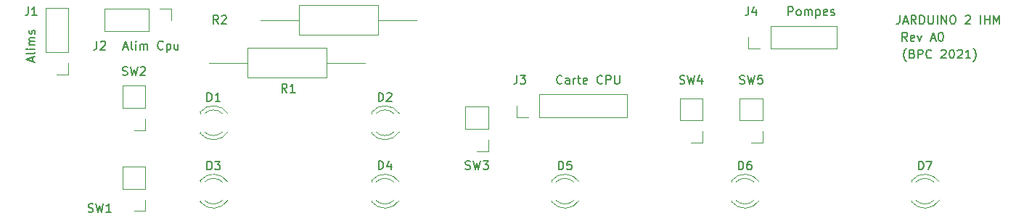
<source format=gbr>
%TF.GenerationSoftware,KiCad,Pcbnew,(5.1.9)-1*%
%TF.CreationDate,2021-03-26T23:06:09+01:00*%
%TF.ProjectId,jarduino2_ihm,6a617264-7569-46e6-9f32-5f69686d2e6b,rev?*%
%TF.SameCoordinates,Original*%
%TF.FileFunction,Legend,Top*%
%TF.FilePolarity,Positive*%
%FSLAX46Y46*%
G04 Gerber Fmt 4.6, Leading zero omitted, Abs format (unit mm)*
G04 Created by KiCad (PCBNEW (5.1.9)-1) date 2021-03-26 23:06:09*
%MOMM*%
%LPD*%
G01*
G04 APERTURE LIST*
%ADD10C,0.150000*%
%ADD11C,0.120000*%
G04 APERTURE END LIST*
D10*
X108809523Y-101166666D02*
X109285714Y-101166666D01*
X108714285Y-101452380D02*
X109047619Y-100452380D01*
X109380952Y-101452380D01*
X109857142Y-101452380D02*
X109761904Y-101404761D01*
X109714285Y-101309523D01*
X109714285Y-100452380D01*
X110238095Y-101452380D02*
X110238095Y-100785714D01*
X110238095Y-100452380D02*
X110190476Y-100500000D01*
X110238095Y-100547619D01*
X110285714Y-100500000D01*
X110238095Y-100452380D01*
X110238095Y-100547619D01*
X110714285Y-101452380D02*
X110714285Y-100785714D01*
X110714285Y-100880952D02*
X110761904Y-100833333D01*
X110857142Y-100785714D01*
X111000000Y-100785714D01*
X111095238Y-100833333D01*
X111142857Y-100928571D01*
X111142857Y-101452380D01*
X111142857Y-100928571D02*
X111190476Y-100833333D01*
X111285714Y-100785714D01*
X111428571Y-100785714D01*
X111523809Y-100833333D01*
X111571428Y-100928571D01*
X111571428Y-101452380D01*
X113380952Y-101357142D02*
X113333333Y-101404761D01*
X113190476Y-101452380D01*
X113095238Y-101452380D01*
X112952380Y-101404761D01*
X112857142Y-101309523D01*
X112809523Y-101214285D01*
X112761904Y-101023809D01*
X112761904Y-100880952D01*
X112809523Y-100690476D01*
X112857142Y-100595238D01*
X112952380Y-100500000D01*
X113095238Y-100452380D01*
X113190476Y-100452380D01*
X113333333Y-100500000D01*
X113380952Y-100547619D01*
X113809523Y-100785714D02*
X113809523Y-101785714D01*
X113809523Y-100833333D02*
X113904761Y-100785714D01*
X114095238Y-100785714D01*
X114190476Y-100833333D01*
X114238095Y-100880952D01*
X114285714Y-100976190D01*
X114285714Y-101261904D01*
X114238095Y-101357142D01*
X114190476Y-101404761D01*
X114095238Y-101452380D01*
X113904761Y-101452380D01*
X113809523Y-101404761D01*
X115142857Y-100785714D02*
X115142857Y-101452380D01*
X114714285Y-100785714D02*
X114714285Y-101309523D01*
X114761904Y-101404761D01*
X114857142Y-101452380D01*
X115000000Y-101452380D01*
X115095238Y-101404761D01*
X115142857Y-101357142D01*
X98166666Y-102809523D02*
X98166666Y-102333333D01*
X98452380Y-102904761D02*
X97452380Y-102571428D01*
X98452380Y-102238095D01*
X98452380Y-101761904D02*
X98404761Y-101857142D01*
X98309523Y-101904761D01*
X97452380Y-101904761D01*
X98452380Y-101380952D02*
X97785714Y-101380952D01*
X97452380Y-101380952D02*
X97500000Y-101428571D01*
X97547619Y-101380952D01*
X97500000Y-101333333D01*
X97452380Y-101380952D01*
X97547619Y-101380952D01*
X98452380Y-100904761D02*
X97785714Y-100904761D01*
X97880952Y-100904761D02*
X97833333Y-100857142D01*
X97785714Y-100761904D01*
X97785714Y-100619047D01*
X97833333Y-100523809D01*
X97928571Y-100476190D01*
X98452380Y-100476190D01*
X97928571Y-100476190D02*
X97833333Y-100428571D01*
X97785714Y-100333333D01*
X97785714Y-100190476D01*
X97833333Y-100095238D01*
X97928571Y-100047619D01*
X98452380Y-100047619D01*
X98404761Y-99619047D02*
X98452380Y-99523809D01*
X98452380Y-99333333D01*
X98404761Y-99238095D01*
X98309523Y-99190476D01*
X98261904Y-99190476D01*
X98166666Y-99238095D01*
X98119047Y-99333333D01*
X98119047Y-99476190D01*
X98071428Y-99571428D01*
X97976190Y-99619047D01*
X97928571Y-99619047D01*
X97833333Y-99571428D01*
X97785714Y-99476190D01*
X97785714Y-99333333D01*
X97833333Y-99238095D01*
X159928571Y-105357142D02*
X159880952Y-105404761D01*
X159738095Y-105452380D01*
X159642857Y-105452380D01*
X159500000Y-105404761D01*
X159404761Y-105309523D01*
X159357142Y-105214285D01*
X159309523Y-105023809D01*
X159309523Y-104880952D01*
X159357142Y-104690476D01*
X159404761Y-104595238D01*
X159500000Y-104500000D01*
X159642857Y-104452380D01*
X159738095Y-104452380D01*
X159880952Y-104500000D01*
X159928571Y-104547619D01*
X160785714Y-105452380D02*
X160785714Y-104928571D01*
X160738095Y-104833333D01*
X160642857Y-104785714D01*
X160452380Y-104785714D01*
X160357142Y-104833333D01*
X160785714Y-105404761D02*
X160690476Y-105452380D01*
X160452380Y-105452380D01*
X160357142Y-105404761D01*
X160309523Y-105309523D01*
X160309523Y-105214285D01*
X160357142Y-105119047D01*
X160452380Y-105071428D01*
X160690476Y-105071428D01*
X160785714Y-105023809D01*
X161261904Y-105452380D02*
X161261904Y-104785714D01*
X161261904Y-104976190D02*
X161309523Y-104880952D01*
X161357142Y-104833333D01*
X161452380Y-104785714D01*
X161547619Y-104785714D01*
X161738095Y-104785714D02*
X162119047Y-104785714D01*
X161880952Y-104452380D02*
X161880952Y-105309523D01*
X161928571Y-105404761D01*
X162023809Y-105452380D01*
X162119047Y-105452380D01*
X162833333Y-105404761D02*
X162738095Y-105452380D01*
X162547619Y-105452380D01*
X162452380Y-105404761D01*
X162404761Y-105309523D01*
X162404761Y-104928571D01*
X162452380Y-104833333D01*
X162547619Y-104785714D01*
X162738095Y-104785714D01*
X162833333Y-104833333D01*
X162880952Y-104928571D01*
X162880952Y-105023809D01*
X162404761Y-105119047D01*
X164642857Y-105357142D02*
X164595238Y-105404761D01*
X164452380Y-105452380D01*
X164357142Y-105452380D01*
X164214285Y-105404761D01*
X164119047Y-105309523D01*
X164071428Y-105214285D01*
X164023809Y-105023809D01*
X164023809Y-104880952D01*
X164071428Y-104690476D01*
X164119047Y-104595238D01*
X164214285Y-104500000D01*
X164357142Y-104452380D01*
X164452380Y-104452380D01*
X164595238Y-104500000D01*
X164642857Y-104547619D01*
X165071428Y-105452380D02*
X165071428Y-104452380D01*
X165452380Y-104452380D01*
X165547619Y-104500000D01*
X165595238Y-104547619D01*
X165642857Y-104642857D01*
X165642857Y-104785714D01*
X165595238Y-104880952D01*
X165547619Y-104928571D01*
X165452380Y-104976190D01*
X165071428Y-104976190D01*
X166071428Y-104452380D02*
X166071428Y-105261904D01*
X166119047Y-105357142D01*
X166166666Y-105404761D01*
X166261904Y-105452380D01*
X166452380Y-105452380D01*
X166547619Y-105404761D01*
X166595238Y-105357142D01*
X166642857Y-105261904D01*
X166642857Y-104452380D01*
X186333333Y-97452380D02*
X186333333Y-96452380D01*
X186714285Y-96452380D01*
X186809523Y-96500000D01*
X186857142Y-96547619D01*
X186904761Y-96642857D01*
X186904761Y-96785714D01*
X186857142Y-96880952D01*
X186809523Y-96928571D01*
X186714285Y-96976190D01*
X186333333Y-96976190D01*
X187476190Y-97452380D02*
X187380952Y-97404761D01*
X187333333Y-97357142D01*
X187285714Y-97261904D01*
X187285714Y-96976190D01*
X187333333Y-96880952D01*
X187380952Y-96833333D01*
X187476190Y-96785714D01*
X187619047Y-96785714D01*
X187714285Y-96833333D01*
X187761904Y-96880952D01*
X187809523Y-96976190D01*
X187809523Y-97261904D01*
X187761904Y-97357142D01*
X187714285Y-97404761D01*
X187619047Y-97452380D01*
X187476190Y-97452380D01*
X188238095Y-97452380D02*
X188238095Y-96785714D01*
X188238095Y-96880952D02*
X188285714Y-96833333D01*
X188380952Y-96785714D01*
X188523809Y-96785714D01*
X188619047Y-96833333D01*
X188666666Y-96928571D01*
X188666666Y-97452380D01*
X188666666Y-96928571D02*
X188714285Y-96833333D01*
X188809523Y-96785714D01*
X188952380Y-96785714D01*
X189047619Y-96833333D01*
X189095238Y-96928571D01*
X189095238Y-97452380D01*
X189571428Y-96785714D02*
X189571428Y-97785714D01*
X189571428Y-96833333D02*
X189666666Y-96785714D01*
X189857142Y-96785714D01*
X189952380Y-96833333D01*
X190000000Y-96880952D01*
X190047619Y-96976190D01*
X190047619Y-97261904D01*
X190000000Y-97357142D01*
X189952380Y-97404761D01*
X189857142Y-97452380D01*
X189666666Y-97452380D01*
X189571428Y-97404761D01*
X190857142Y-97404761D02*
X190761904Y-97452380D01*
X190571428Y-97452380D01*
X190476190Y-97404761D01*
X190428571Y-97309523D01*
X190428571Y-96928571D01*
X190476190Y-96833333D01*
X190571428Y-96785714D01*
X190761904Y-96785714D01*
X190857142Y-96833333D01*
X190904761Y-96928571D01*
X190904761Y-97023809D01*
X190428571Y-97119047D01*
X191285714Y-97404761D02*
X191380952Y-97452380D01*
X191571428Y-97452380D01*
X191666666Y-97404761D01*
X191714285Y-97309523D01*
X191714285Y-97261904D01*
X191666666Y-97166666D01*
X191571428Y-97119047D01*
X191428571Y-97119047D01*
X191333333Y-97071428D01*
X191285714Y-96976190D01*
X191285714Y-96928571D01*
X191333333Y-96833333D01*
X191428571Y-96785714D01*
X191571428Y-96785714D01*
X191666666Y-96833333D01*
X200071428Y-102833333D02*
X200023809Y-102785714D01*
X199928571Y-102642857D01*
X199880952Y-102547619D01*
X199833333Y-102404761D01*
X199785714Y-102166666D01*
X199785714Y-101976190D01*
X199833333Y-101738095D01*
X199880952Y-101595238D01*
X199928571Y-101500000D01*
X200023809Y-101357142D01*
X200071428Y-101309523D01*
X200785714Y-101928571D02*
X200928571Y-101976190D01*
X200976190Y-102023809D01*
X201023809Y-102119047D01*
X201023809Y-102261904D01*
X200976190Y-102357142D01*
X200928571Y-102404761D01*
X200833333Y-102452380D01*
X200452380Y-102452380D01*
X200452380Y-101452380D01*
X200785714Y-101452380D01*
X200880952Y-101500000D01*
X200928571Y-101547619D01*
X200976190Y-101642857D01*
X200976190Y-101738095D01*
X200928571Y-101833333D01*
X200880952Y-101880952D01*
X200785714Y-101928571D01*
X200452380Y-101928571D01*
X201452380Y-102452380D02*
X201452380Y-101452380D01*
X201833333Y-101452380D01*
X201928571Y-101500000D01*
X201976190Y-101547619D01*
X202023809Y-101642857D01*
X202023809Y-101785714D01*
X201976190Y-101880952D01*
X201928571Y-101928571D01*
X201833333Y-101976190D01*
X201452380Y-101976190D01*
X203023809Y-102357142D02*
X202976190Y-102404761D01*
X202833333Y-102452380D01*
X202738095Y-102452380D01*
X202595238Y-102404761D01*
X202500000Y-102309523D01*
X202452380Y-102214285D01*
X202404761Y-102023809D01*
X202404761Y-101880952D01*
X202452380Y-101690476D01*
X202500000Y-101595238D01*
X202595238Y-101500000D01*
X202738095Y-101452380D01*
X202833333Y-101452380D01*
X202976190Y-101500000D01*
X203023809Y-101547619D01*
X204166666Y-101547619D02*
X204214285Y-101500000D01*
X204309523Y-101452380D01*
X204547619Y-101452380D01*
X204642857Y-101500000D01*
X204690476Y-101547619D01*
X204738095Y-101642857D01*
X204738095Y-101738095D01*
X204690476Y-101880952D01*
X204119047Y-102452380D01*
X204738095Y-102452380D01*
X205357142Y-101452380D02*
X205452380Y-101452380D01*
X205547619Y-101500000D01*
X205595238Y-101547619D01*
X205642857Y-101642857D01*
X205690476Y-101833333D01*
X205690476Y-102071428D01*
X205642857Y-102261904D01*
X205595238Y-102357142D01*
X205547619Y-102404761D01*
X205452380Y-102452380D01*
X205357142Y-102452380D01*
X205261904Y-102404761D01*
X205214285Y-102357142D01*
X205166666Y-102261904D01*
X205119047Y-102071428D01*
X205119047Y-101833333D01*
X205166666Y-101642857D01*
X205214285Y-101547619D01*
X205261904Y-101500000D01*
X205357142Y-101452380D01*
X206071428Y-101547619D02*
X206119047Y-101500000D01*
X206214285Y-101452380D01*
X206452380Y-101452380D01*
X206547619Y-101500000D01*
X206595238Y-101547619D01*
X206642857Y-101642857D01*
X206642857Y-101738095D01*
X206595238Y-101880952D01*
X206023809Y-102452380D01*
X206642857Y-102452380D01*
X207595238Y-102452380D02*
X207023809Y-102452380D01*
X207309523Y-102452380D02*
X207309523Y-101452380D01*
X207214285Y-101595238D01*
X207119047Y-101690476D01*
X207023809Y-101738095D01*
X207928571Y-102833333D02*
X207976190Y-102785714D01*
X208071428Y-102642857D01*
X208119047Y-102547619D01*
X208166666Y-102404761D01*
X208214285Y-102166666D01*
X208214285Y-101976190D01*
X208166666Y-101738095D01*
X208119047Y-101595238D01*
X208071428Y-101500000D01*
X207976190Y-101357142D01*
X207928571Y-101309523D01*
X200214285Y-100452380D02*
X199880952Y-99976190D01*
X199642857Y-100452380D02*
X199642857Y-99452380D01*
X200023809Y-99452380D01*
X200119047Y-99500000D01*
X200166666Y-99547619D01*
X200214285Y-99642857D01*
X200214285Y-99785714D01*
X200166666Y-99880952D01*
X200119047Y-99928571D01*
X200023809Y-99976190D01*
X199642857Y-99976190D01*
X201023809Y-100404761D02*
X200928571Y-100452380D01*
X200738095Y-100452380D01*
X200642857Y-100404761D01*
X200595238Y-100309523D01*
X200595238Y-99928571D01*
X200642857Y-99833333D01*
X200738095Y-99785714D01*
X200928571Y-99785714D01*
X201023809Y-99833333D01*
X201071428Y-99928571D01*
X201071428Y-100023809D01*
X200595238Y-100119047D01*
X201404761Y-99785714D02*
X201642857Y-100452380D01*
X201880952Y-99785714D01*
X202976190Y-100166666D02*
X203452380Y-100166666D01*
X202880952Y-100452380D02*
X203214285Y-99452380D01*
X203547619Y-100452380D01*
X204071428Y-99452380D02*
X204166666Y-99452380D01*
X204261904Y-99500000D01*
X204309523Y-99547619D01*
X204357142Y-99642857D01*
X204404761Y-99833333D01*
X204404761Y-100071428D01*
X204357142Y-100261904D01*
X204309523Y-100357142D01*
X204261904Y-100404761D01*
X204166666Y-100452380D01*
X204071428Y-100452380D01*
X203976190Y-100404761D01*
X203928571Y-100357142D01*
X203880952Y-100261904D01*
X203833333Y-100071428D01*
X203833333Y-99833333D01*
X203880952Y-99642857D01*
X203928571Y-99547619D01*
X203976190Y-99500000D01*
X204071428Y-99452380D01*
X199333333Y-97452380D02*
X199333333Y-98166666D01*
X199285714Y-98309523D01*
X199190476Y-98404761D01*
X199047619Y-98452380D01*
X198952380Y-98452380D01*
X199761904Y-98166666D02*
X200238095Y-98166666D01*
X199666666Y-98452380D02*
X200000000Y-97452380D01*
X200333333Y-98452380D01*
X201238095Y-98452380D02*
X200904761Y-97976190D01*
X200666666Y-98452380D02*
X200666666Y-97452380D01*
X201047619Y-97452380D01*
X201142857Y-97500000D01*
X201190476Y-97547619D01*
X201238095Y-97642857D01*
X201238095Y-97785714D01*
X201190476Y-97880952D01*
X201142857Y-97928571D01*
X201047619Y-97976190D01*
X200666666Y-97976190D01*
X201666666Y-98452380D02*
X201666666Y-97452380D01*
X201904761Y-97452380D01*
X202047619Y-97500000D01*
X202142857Y-97595238D01*
X202190476Y-97690476D01*
X202238095Y-97880952D01*
X202238095Y-98023809D01*
X202190476Y-98214285D01*
X202142857Y-98309523D01*
X202047619Y-98404761D01*
X201904761Y-98452380D01*
X201666666Y-98452380D01*
X202666666Y-97452380D02*
X202666666Y-98261904D01*
X202714285Y-98357142D01*
X202761904Y-98404761D01*
X202857142Y-98452380D01*
X203047619Y-98452380D01*
X203142857Y-98404761D01*
X203190476Y-98357142D01*
X203238095Y-98261904D01*
X203238095Y-97452380D01*
X203714285Y-98452380D02*
X203714285Y-97452380D01*
X204190476Y-98452380D02*
X204190476Y-97452380D01*
X204761904Y-98452380D01*
X204761904Y-97452380D01*
X205428571Y-97452380D02*
X205619047Y-97452380D01*
X205714285Y-97500000D01*
X205809523Y-97595238D01*
X205857142Y-97785714D01*
X205857142Y-98119047D01*
X205809523Y-98309523D01*
X205714285Y-98404761D01*
X205619047Y-98452380D01*
X205428571Y-98452380D01*
X205333333Y-98404761D01*
X205238095Y-98309523D01*
X205190476Y-98119047D01*
X205190476Y-97785714D01*
X205238095Y-97595238D01*
X205333333Y-97500000D01*
X205428571Y-97452380D01*
X207000000Y-97547619D02*
X207047619Y-97500000D01*
X207142857Y-97452380D01*
X207380952Y-97452380D01*
X207476190Y-97500000D01*
X207523809Y-97547619D01*
X207571428Y-97642857D01*
X207571428Y-97738095D01*
X207523809Y-97880952D01*
X206952380Y-98452380D01*
X207571428Y-98452380D01*
X208761904Y-98452380D02*
X208761904Y-97452380D01*
X209238095Y-98452380D02*
X209238095Y-97452380D01*
X209238095Y-97928571D02*
X209809523Y-97928571D01*
X209809523Y-98452380D02*
X209809523Y-97452380D01*
X210285714Y-98452380D02*
X210285714Y-97452380D01*
X210619047Y-98166666D01*
X210952380Y-97452380D01*
X210952380Y-98452380D01*
D11*
%TO.C,J4*%
X191950000Y-101330000D02*
X191950000Y-98670000D01*
X184270000Y-101330000D02*
X191950000Y-101330000D01*
X184270000Y-98670000D02*
X191950000Y-98670000D01*
X184270000Y-101330000D02*
X184270000Y-98670000D01*
X183000000Y-101330000D02*
X181670000Y-101330000D01*
X181670000Y-101330000D02*
X181670000Y-100000000D01*
%TO.C,SW5*%
X183330000Y-107130000D02*
X180670000Y-107130000D01*
X183330000Y-109730000D02*
X183330000Y-107130000D01*
X180670000Y-109730000D02*
X180670000Y-107130000D01*
X183330000Y-109730000D02*
X180670000Y-109730000D01*
X183330000Y-111000000D02*
X183330000Y-112330000D01*
X183330000Y-112330000D02*
X182000000Y-112330000D01*
%TO.C,SW4*%
X176330000Y-107130000D02*
X173670000Y-107130000D01*
X176330000Y-109730000D02*
X176330000Y-107130000D01*
X173670000Y-109730000D02*
X173670000Y-107130000D01*
X176330000Y-109730000D02*
X173670000Y-109730000D01*
X176330000Y-111000000D02*
X176330000Y-112330000D01*
X176330000Y-112330000D02*
X175000000Y-112330000D01*
%TO.C,SW3*%
X151330000Y-108130000D02*
X148670000Y-108130000D01*
X151330000Y-110730000D02*
X151330000Y-108130000D01*
X148670000Y-110730000D02*
X148670000Y-108130000D01*
X151330000Y-110730000D02*
X148670000Y-110730000D01*
X151330000Y-112000000D02*
X151330000Y-113330000D01*
X151330000Y-113330000D02*
X150000000Y-113330000D01*
%TO.C,SW2*%
X111330000Y-105670000D02*
X108670000Y-105670000D01*
X111330000Y-108270000D02*
X111330000Y-105670000D01*
X108670000Y-108270000D02*
X108670000Y-105670000D01*
X111330000Y-108270000D02*
X108670000Y-108270000D01*
X111330000Y-109540000D02*
X111330000Y-110870000D01*
X111330000Y-110870000D02*
X110000000Y-110870000D01*
%TO.C,SW1*%
X111330000Y-115130000D02*
X108670000Y-115130000D01*
X111330000Y-117730000D02*
X111330000Y-115130000D01*
X108670000Y-117730000D02*
X108670000Y-115130000D01*
X111330000Y-117730000D02*
X108670000Y-117730000D01*
X111330000Y-119000000D02*
X111330000Y-120330000D01*
X111330000Y-120330000D02*
X110000000Y-120330000D01*
%TO.C,R2*%
X138460000Y-99720000D02*
X138460000Y-96280000D01*
X138460000Y-96280000D02*
X129220000Y-96280000D01*
X129220000Y-96280000D02*
X129220000Y-99720000D01*
X129220000Y-99720000D02*
X138460000Y-99720000D01*
X142960000Y-98000000D02*
X138460000Y-98000000D01*
X124720000Y-98000000D02*
X129220000Y-98000000D01*
%TO.C,R1*%
X132460000Y-104720000D02*
X132460000Y-101280000D01*
X132460000Y-101280000D02*
X123220000Y-101280000D01*
X123220000Y-101280000D02*
X123220000Y-104720000D01*
X123220000Y-104720000D02*
X132460000Y-104720000D01*
X136960000Y-103000000D02*
X132460000Y-103000000D01*
X118720000Y-103000000D02*
X123220000Y-103000000D01*
%TO.C,J3*%
X167490000Y-109330000D02*
X167490000Y-106670000D01*
X157270000Y-109330000D02*
X167490000Y-109330000D01*
X157270000Y-106670000D02*
X167490000Y-106670000D01*
X157270000Y-109330000D02*
X157270000Y-106670000D01*
X156000000Y-109330000D02*
X154670000Y-109330000D01*
X154670000Y-109330000D02*
X154670000Y-108000000D01*
%TO.C,J2*%
X106590000Y-96670000D02*
X106590000Y-99330000D01*
X111730000Y-96670000D02*
X106590000Y-96670000D01*
X111730000Y-99330000D02*
X106590000Y-99330000D01*
X111730000Y-96670000D02*
X111730000Y-99330000D01*
X113000000Y-96670000D02*
X114330000Y-96670000D01*
X114330000Y-96670000D02*
X114330000Y-98000000D01*
%TO.C,J1*%
X102330000Y-96590000D02*
X99670000Y-96590000D01*
X102330000Y-101730000D02*
X102330000Y-96590000D01*
X99670000Y-101730000D02*
X99670000Y-96590000D01*
X102330000Y-101730000D02*
X99670000Y-101730000D01*
X102330000Y-103000000D02*
X102330000Y-104330000D01*
X102330000Y-104330000D02*
X101000000Y-104330000D01*
%TO.C,D7*%
X203311130Y-119079837D02*
G75*
G02*
X201229039Y-119080000I-1041130J1079837D01*
G01*
X203311130Y-116920163D02*
G75*
G03*
X201229039Y-116920000I-1041130J-1079837D01*
G01*
X203942335Y-119078608D02*
G75*
G02*
X200710000Y-119235516I-1672335J1078608D01*
G01*
X203942335Y-116921392D02*
G75*
G03*
X200710000Y-116764484I-1672335J-1078608D01*
G01*
X200710000Y-116764000D02*
X200710000Y-116920000D01*
X200710000Y-119080000D02*
X200710000Y-119236000D01*
%TO.C,D6*%
X182311130Y-119079837D02*
G75*
G02*
X180229039Y-119080000I-1041130J1079837D01*
G01*
X182311130Y-116920163D02*
G75*
G03*
X180229039Y-116920000I-1041130J-1079837D01*
G01*
X182942335Y-119078608D02*
G75*
G02*
X179710000Y-119235516I-1672335J1078608D01*
G01*
X182942335Y-116921392D02*
G75*
G03*
X179710000Y-116764484I-1672335J-1078608D01*
G01*
X179710000Y-116764000D02*
X179710000Y-116920000D01*
X179710000Y-119080000D02*
X179710000Y-119236000D01*
%TO.C,D5*%
X161311130Y-119079837D02*
G75*
G02*
X159229039Y-119080000I-1041130J1079837D01*
G01*
X161311130Y-116920163D02*
G75*
G03*
X159229039Y-116920000I-1041130J-1079837D01*
G01*
X161942335Y-119078608D02*
G75*
G02*
X158710000Y-119235516I-1672335J1078608D01*
G01*
X161942335Y-116921392D02*
G75*
G03*
X158710000Y-116764484I-1672335J-1078608D01*
G01*
X158710000Y-116764000D02*
X158710000Y-116920000D01*
X158710000Y-119080000D02*
X158710000Y-119236000D01*
%TO.C,D4*%
X140311130Y-119079837D02*
G75*
G02*
X138229039Y-119080000I-1041130J1079837D01*
G01*
X140311130Y-116920163D02*
G75*
G03*
X138229039Y-116920000I-1041130J-1079837D01*
G01*
X140942335Y-119078608D02*
G75*
G02*
X137710000Y-119235516I-1672335J1078608D01*
G01*
X140942335Y-116921392D02*
G75*
G03*
X137710000Y-116764484I-1672335J-1078608D01*
G01*
X137710000Y-116764000D02*
X137710000Y-116920000D01*
X137710000Y-119080000D02*
X137710000Y-119236000D01*
%TO.C,D3*%
X120311130Y-119079837D02*
G75*
G02*
X118229039Y-119080000I-1041130J1079837D01*
G01*
X120311130Y-116920163D02*
G75*
G03*
X118229039Y-116920000I-1041130J-1079837D01*
G01*
X120942335Y-119078608D02*
G75*
G02*
X117710000Y-119235516I-1672335J1078608D01*
G01*
X120942335Y-116921392D02*
G75*
G03*
X117710000Y-116764484I-1672335J-1078608D01*
G01*
X117710000Y-116764000D02*
X117710000Y-116920000D01*
X117710000Y-119080000D02*
X117710000Y-119236000D01*
%TO.C,D2*%
X140311130Y-111079837D02*
G75*
G02*
X138229039Y-111080000I-1041130J1079837D01*
G01*
X140311130Y-108920163D02*
G75*
G03*
X138229039Y-108920000I-1041130J-1079837D01*
G01*
X140942335Y-111078608D02*
G75*
G02*
X137710000Y-111235516I-1672335J1078608D01*
G01*
X140942335Y-108921392D02*
G75*
G03*
X137710000Y-108764484I-1672335J-1078608D01*
G01*
X137710000Y-108764000D02*
X137710000Y-108920000D01*
X137710000Y-111080000D02*
X137710000Y-111236000D01*
%TO.C,D1*%
X120311130Y-111079837D02*
G75*
G02*
X118229039Y-111080000I-1041130J1079837D01*
G01*
X120311130Y-108920163D02*
G75*
G03*
X118229039Y-108920000I-1041130J-1079837D01*
G01*
X120942335Y-111078608D02*
G75*
G02*
X117710000Y-111235516I-1672335J1078608D01*
G01*
X120942335Y-108921392D02*
G75*
G03*
X117710000Y-108764484I-1672335J-1078608D01*
G01*
X117710000Y-108764000D02*
X117710000Y-108920000D01*
X117710000Y-111080000D02*
X117710000Y-111236000D01*
%TO.C,J4*%
D10*
X181666666Y-96452380D02*
X181666666Y-97166666D01*
X181619047Y-97309523D01*
X181523809Y-97404761D01*
X181380952Y-97452380D01*
X181285714Y-97452380D01*
X182571428Y-96785714D02*
X182571428Y-97452380D01*
X182333333Y-96404761D02*
X182095238Y-97119047D01*
X182714285Y-97119047D01*
%TO.C,SW5*%
X180666666Y-105404761D02*
X180809523Y-105452380D01*
X181047619Y-105452380D01*
X181142857Y-105404761D01*
X181190476Y-105357142D01*
X181238095Y-105261904D01*
X181238095Y-105166666D01*
X181190476Y-105071428D01*
X181142857Y-105023809D01*
X181047619Y-104976190D01*
X180857142Y-104928571D01*
X180761904Y-104880952D01*
X180714285Y-104833333D01*
X180666666Y-104738095D01*
X180666666Y-104642857D01*
X180714285Y-104547619D01*
X180761904Y-104500000D01*
X180857142Y-104452380D01*
X181095238Y-104452380D01*
X181238095Y-104500000D01*
X181571428Y-104452380D02*
X181809523Y-105452380D01*
X182000000Y-104738095D01*
X182190476Y-105452380D01*
X182428571Y-104452380D01*
X183285714Y-104452380D02*
X182809523Y-104452380D01*
X182761904Y-104928571D01*
X182809523Y-104880952D01*
X182904761Y-104833333D01*
X183142857Y-104833333D01*
X183238095Y-104880952D01*
X183285714Y-104928571D01*
X183333333Y-105023809D01*
X183333333Y-105261904D01*
X183285714Y-105357142D01*
X183238095Y-105404761D01*
X183142857Y-105452380D01*
X182904761Y-105452380D01*
X182809523Y-105404761D01*
X182761904Y-105357142D01*
%TO.C,SW4*%
X173666666Y-105404761D02*
X173809523Y-105452380D01*
X174047619Y-105452380D01*
X174142857Y-105404761D01*
X174190476Y-105357142D01*
X174238095Y-105261904D01*
X174238095Y-105166666D01*
X174190476Y-105071428D01*
X174142857Y-105023809D01*
X174047619Y-104976190D01*
X173857142Y-104928571D01*
X173761904Y-104880952D01*
X173714285Y-104833333D01*
X173666666Y-104738095D01*
X173666666Y-104642857D01*
X173714285Y-104547619D01*
X173761904Y-104500000D01*
X173857142Y-104452380D01*
X174095238Y-104452380D01*
X174238095Y-104500000D01*
X174571428Y-104452380D02*
X174809523Y-105452380D01*
X175000000Y-104738095D01*
X175190476Y-105452380D01*
X175428571Y-104452380D01*
X176238095Y-104785714D02*
X176238095Y-105452380D01*
X176000000Y-104404761D02*
X175761904Y-105119047D01*
X176380952Y-105119047D01*
%TO.C,SW3*%
X148666666Y-115404761D02*
X148809523Y-115452380D01*
X149047619Y-115452380D01*
X149142857Y-115404761D01*
X149190476Y-115357142D01*
X149238095Y-115261904D01*
X149238095Y-115166666D01*
X149190476Y-115071428D01*
X149142857Y-115023809D01*
X149047619Y-114976190D01*
X148857142Y-114928571D01*
X148761904Y-114880952D01*
X148714285Y-114833333D01*
X148666666Y-114738095D01*
X148666666Y-114642857D01*
X148714285Y-114547619D01*
X148761904Y-114500000D01*
X148857142Y-114452380D01*
X149095238Y-114452380D01*
X149238095Y-114500000D01*
X149571428Y-114452380D02*
X149809523Y-115452380D01*
X150000000Y-114738095D01*
X150190476Y-115452380D01*
X150428571Y-114452380D01*
X150714285Y-114452380D02*
X151333333Y-114452380D01*
X151000000Y-114833333D01*
X151142857Y-114833333D01*
X151238095Y-114880952D01*
X151285714Y-114928571D01*
X151333333Y-115023809D01*
X151333333Y-115261904D01*
X151285714Y-115357142D01*
X151238095Y-115404761D01*
X151142857Y-115452380D01*
X150857142Y-115452380D01*
X150761904Y-115404761D01*
X150714285Y-115357142D01*
%TO.C,SW2*%
X108666666Y-104404761D02*
X108809523Y-104452380D01*
X109047619Y-104452380D01*
X109142857Y-104404761D01*
X109190476Y-104357142D01*
X109238095Y-104261904D01*
X109238095Y-104166666D01*
X109190476Y-104071428D01*
X109142857Y-104023809D01*
X109047619Y-103976190D01*
X108857142Y-103928571D01*
X108761904Y-103880952D01*
X108714285Y-103833333D01*
X108666666Y-103738095D01*
X108666666Y-103642857D01*
X108714285Y-103547619D01*
X108761904Y-103500000D01*
X108857142Y-103452380D01*
X109095238Y-103452380D01*
X109238095Y-103500000D01*
X109571428Y-103452380D02*
X109809523Y-104452380D01*
X110000000Y-103738095D01*
X110190476Y-104452380D01*
X110428571Y-103452380D01*
X110761904Y-103547619D02*
X110809523Y-103500000D01*
X110904761Y-103452380D01*
X111142857Y-103452380D01*
X111238095Y-103500000D01*
X111285714Y-103547619D01*
X111333333Y-103642857D01*
X111333333Y-103738095D01*
X111285714Y-103880952D01*
X110714285Y-104452380D01*
X111333333Y-104452380D01*
%TO.C,SW1*%
X104666666Y-120404761D02*
X104809523Y-120452380D01*
X105047619Y-120452380D01*
X105142857Y-120404761D01*
X105190476Y-120357142D01*
X105238095Y-120261904D01*
X105238095Y-120166666D01*
X105190476Y-120071428D01*
X105142857Y-120023809D01*
X105047619Y-119976190D01*
X104857142Y-119928571D01*
X104761904Y-119880952D01*
X104714285Y-119833333D01*
X104666666Y-119738095D01*
X104666666Y-119642857D01*
X104714285Y-119547619D01*
X104761904Y-119500000D01*
X104857142Y-119452380D01*
X105095238Y-119452380D01*
X105238095Y-119500000D01*
X105571428Y-119452380D02*
X105809523Y-120452380D01*
X106000000Y-119738095D01*
X106190476Y-120452380D01*
X106428571Y-119452380D01*
X107333333Y-120452380D02*
X106761904Y-120452380D01*
X107047619Y-120452380D02*
X107047619Y-119452380D01*
X106952380Y-119595238D01*
X106857142Y-119690476D01*
X106761904Y-119738095D01*
%TO.C,R2*%
X119833333Y-98452380D02*
X119500000Y-97976190D01*
X119261904Y-98452380D02*
X119261904Y-97452380D01*
X119642857Y-97452380D01*
X119738095Y-97500000D01*
X119785714Y-97547619D01*
X119833333Y-97642857D01*
X119833333Y-97785714D01*
X119785714Y-97880952D01*
X119738095Y-97928571D01*
X119642857Y-97976190D01*
X119261904Y-97976190D01*
X120214285Y-97547619D02*
X120261904Y-97500000D01*
X120357142Y-97452380D01*
X120595238Y-97452380D01*
X120690476Y-97500000D01*
X120738095Y-97547619D01*
X120785714Y-97642857D01*
X120785714Y-97738095D01*
X120738095Y-97880952D01*
X120166666Y-98452380D01*
X120785714Y-98452380D01*
%TO.C,R1*%
X127833333Y-106452380D02*
X127500000Y-105976190D01*
X127261904Y-106452380D02*
X127261904Y-105452380D01*
X127642857Y-105452380D01*
X127738095Y-105500000D01*
X127785714Y-105547619D01*
X127833333Y-105642857D01*
X127833333Y-105785714D01*
X127785714Y-105880952D01*
X127738095Y-105928571D01*
X127642857Y-105976190D01*
X127261904Y-105976190D01*
X128785714Y-106452380D02*
X128214285Y-106452380D01*
X128500000Y-106452380D02*
X128500000Y-105452380D01*
X128404761Y-105595238D01*
X128309523Y-105690476D01*
X128214285Y-105738095D01*
%TO.C,J3*%
X154666666Y-104452380D02*
X154666666Y-105166666D01*
X154619047Y-105309523D01*
X154523809Y-105404761D01*
X154380952Y-105452380D01*
X154285714Y-105452380D01*
X155047619Y-104452380D02*
X155666666Y-104452380D01*
X155333333Y-104833333D01*
X155476190Y-104833333D01*
X155571428Y-104880952D01*
X155619047Y-104928571D01*
X155666666Y-105023809D01*
X155666666Y-105261904D01*
X155619047Y-105357142D01*
X155571428Y-105404761D01*
X155476190Y-105452380D01*
X155190476Y-105452380D01*
X155095238Y-105404761D01*
X155047619Y-105357142D01*
%TO.C,J2*%
X105666666Y-100452380D02*
X105666666Y-101166666D01*
X105619047Y-101309523D01*
X105523809Y-101404761D01*
X105380952Y-101452380D01*
X105285714Y-101452380D01*
X106095238Y-100547619D02*
X106142857Y-100500000D01*
X106238095Y-100452380D01*
X106476190Y-100452380D01*
X106571428Y-100500000D01*
X106619047Y-100547619D01*
X106666666Y-100642857D01*
X106666666Y-100738095D01*
X106619047Y-100880952D01*
X106047619Y-101452380D01*
X106666666Y-101452380D01*
%TO.C,J1*%
X97666666Y-96452380D02*
X97666666Y-97166666D01*
X97619047Y-97309523D01*
X97523809Y-97404761D01*
X97380952Y-97452380D01*
X97285714Y-97452380D01*
X98666666Y-97452380D02*
X98095238Y-97452380D01*
X98380952Y-97452380D02*
X98380952Y-96452380D01*
X98285714Y-96595238D01*
X98190476Y-96690476D01*
X98095238Y-96738095D01*
%TO.C,D7*%
X201531904Y-115492380D02*
X201531904Y-114492380D01*
X201770000Y-114492380D01*
X201912857Y-114540000D01*
X202008095Y-114635238D01*
X202055714Y-114730476D01*
X202103333Y-114920952D01*
X202103333Y-115063809D01*
X202055714Y-115254285D01*
X202008095Y-115349523D01*
X201912857Y-115444761D01*
X201770000Y-115492380D01*
X201531904Y-115492380D01*
X202436666Y-114492380D02*
X203103333Y-114492380D01*
X202674761Y-115492380D01*
%TO.C,D6*%
X180531904Y-115492380D02*
X180531904Y-114492380D01*
X180770000Y-114492380D01*
X180912857Y-114540000D01*
X181008095Y-114635238D01*
X181055714Y-114730476D01*
X181103333Y-114920952D01*
X181103333Y-115063809D01*
X181055714Y-115254285D01*
X181008095Y-115349523D01*
X180912857Y-115444761D01*
X180770000Y-115492380D01*
X180531904Y-115492380D01*
X181960476Y-114492380D02*
X181770000Y-114492380D01*
X181674761Y-114540000D01*
X181627142Y-114587619D01*
X181531904Y-114730476D01*
X181484285Y-114920952D01*
X181484285Y-115301904D01*
X181531904Y-115397142D01*
X181579523Y-115444761D01*
X181674761Y-115492380D01*
X181865238Y-115492380D01*
X181960476Y-115444761D01*
X182008095Y-115397142D01*
X182055714Y-115301904D01*
X182055714Y-115063809D01*
X182008095Y-114968571D01*
X181960476Y-114920952D01*
X181865238Y-114873333D01*
X181674761Y-114873333D01*
X181579523Y-114920952D01*
X181531904Y-114968571D01*
X181484285Y-115063809D01*
%TO.C,D5*%
X159531904Y-115492380D02*
X159531904Y-114492380D01*
X159770000Y-114492380D01*
X159912857Y-114540000D01*
X160008095Y-114635238D01*
X160055714Y-114730476D01*
X160103333Y-114920952D01*
X160103333Y-115063809D01*
X160055714Y-115254285D01*
X160008095Y-115349523D01*
X159912857Y-115444761D01*
X159770000Y-115492380D01*
X159531904Y-115492380D01*
X161008095Y-114492380D02*
X160531904Y-114492380D01*
X160484285Y-114968571D01*
X160531904Y-114920952D01*
X160627142Y-114873333D01*
X160865238Y-114873333D01*
X160960476Y-114920952D01*
X161008095Y-114968571D01*
X161055714Y-115063809D01*
X161055714Y-115301904D01*
X161008095Y-115397142D01*
X160960476Y-115444761D01*
X160865238Y-115492380D01*
X160627142Y-115492380D01*
X160531904Y-115444761D01*
X160484285Y-115397142D01*
%TO.C,D4*%
X138531904Y-115452380D02*
X138531904Y-114452380D01*
X138770000Y-114452380D01*
X138912857Y-114500000D01*
X139008095Y-114595238D01*
X139055714Y-114690476D01*
X139103333Y-114880952D01*
X139103333Y-115023809D01*
X139055714Y-115214285D01*
X139008095Y-115309523D01*
X138912857Y-115404761D01*
X138770000Y-115452380D01*
X138531904Y-115452380D01*
X139960476Y-114785714D02*
X139960476Y-115452380D01*
X139722380Y-114404761D02*
X139484285Y-115119047D01*
X140103333Y-115119047D01*
%TO.C,D3*%
X118531904Y-115492380D02*
X118531904Y-114492380D01*
X118770000Y-114492380D01*
X118912857Y-114540000D01*
X119008095Y-114635238D01*
X119055714Y-114730476D01*
X119103333Y-114920952D01*
X119103333Y-115063809D01*
X119055714Y-115254285D01*
X119008095Y-115349523D01*
X118912857Y-115444761D01*
X118770000Y-115492380D01*
X118531904Y-115492380D01*
X119436666Y-114492380D02*
X120055714Y-114492380D01*
X119722380Y-114873333D01*
X119865238Y-114873333D01*
X119960476Y-114920952D01*
X120008095Y-114968571D01*
X120055714Y-115063809D01*
X120055714Y-115301904D01*
X120008095Y-115397142D01*
X119960476Y-115444761D01*
X119865238Y-115492380D01*
X119579523Y-115492380D01*
X119484285Y-115444761D01*
X119436666Y-115397142D01*
%TO.C,D2*%
X138531904Y-107492380D02*
X138531904Y-106492380D01*
X138770000Y-106492380D01*
X138912857Y-106540000D01*
X139008095Y-106635238D01*
X139055714Y-106730476D01*
X139103333Y-106920952D01*
X139103333Y-107063809D01*
X139055714Y-107254285D01*
X139008095Y-107349523D01*
X138912857Y-107444761D01*
X138770000Y-107492380D01*
X138531904Y-107492380D01*
X139484285Y-106587619D02*
X139531904Y-106540000D01*
X139627142Y-106492380D01*
X139865238Y-106492380D01*
X139960476Y-106540000D01*
X140008095Y-106587619D01*
X140055714Y-106682857D01*
X140055714Y-106778095D01*
X140008095Y-106920952D01*
X139436666Y-107492380D01*
X140055714Y-107492380D01*
%TO.C,D1*%
X118531904Y-107492380D02*
X118531904Y-106492380D01*
X118770000Y-106492380D01*
X118912857Y-106540000D01*
X119008095Y-106635238D01*
X119055714Y-106730476D01*
X119103333Y-106920952D01*
X119103333Y-107063809D01*
X119055714Y-107254285D01*
X119008095Y-107349523D01*
X118912857Y-107444761D01*
X118770000Y-107492380D01*
X118531904Y-107492380D01*
X120055714Y-107492380D02*
X119484285Y-107492380D01*
X119770000Y-107492380D02*
X119770000Y-106492380D01*
X119674761Y-106635238D01*
X119579523Y-106730476D01*
X119484285Y-106778095D01*
%TD*%
M02*

</source>
